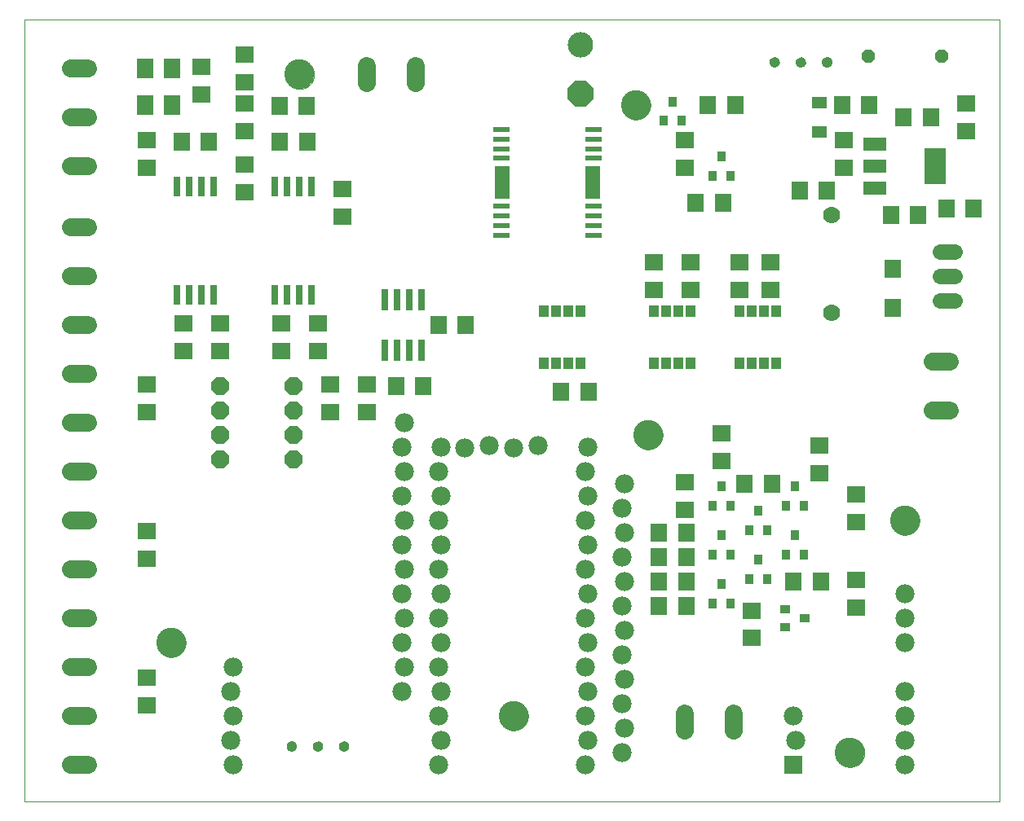
<source format=gts>
G75*
%MOIN*%
%OFA0B0*%
%FSLAX25Y25*%
%IPPOS*%
%LPD*%
%AMOC8*
5,1,8,0,0,1.08239X$1,22.5*
%
%ADD10C,0.00000*%
%ADD11C,0.12211*%
%ADD12R,0.07093X0.07487*%
%ADD13R,0.02800X0.09100*%
%ADD14C,0.07450*%
%ADD15R,0.06699X0.07487*%
%ADD16R,0.07487X0.06699*%
%ADD17C,0.10400*%
%ADD18OC8,0.10400*%
%ADD19C,0.07000*%
%ADD20OC8,0.07200*%
%ADD21C,0.07800*%
%ADD22R,0.07800X0.07800*%
%ADD23R,0.05912X0.05124*%
%ADD24C,0.06400*%
%ADD25R,0.07498X0.06699*%
%ADD26R,0.06699X0.07498*%
%ADD27R,0.06699X0.08274*%
%ADD28C,0.00500*%
%ADD29R,0.03550X0.03943*%
%ADD30R,0.02800X0.08400*%
%ADD31R,0.06699X0.01975*%
%ADD32R,0.06400X0.13786*%
%ADD33R,0.03943X0.03550*%
%ADD34R,0.09200X0.05200*%
%ADD35R,0.09061X0.14573*%
%ADD36OC8,0.05600*%
%ADD37R,0.04000X0.04900*%
D10*
X0005000Y0037627D02*
X0005000Y0357588D01*
X0403701Y0357588D01*
X0403701Y0037627D01*
X0005000Y0037627D01*
X0059094Y0102627D02*
X0059096Y0102780D01*
X0059102Y0102934D01*
X0059112Y0103087D01*
X0059126Y0103239D01*
X0059144Y0103392D01*
X0059166Y0103543D01*
X0059191Y0103694D01*
X0059221Y0103845D01*
X0059255Y0103995D01*
X0059292Y0104143D01*
X0059333Y0104291D01*
X0059378Y0104437D01*
X0059427Y0104583D01*
X0059480Y0104727D01*
X0059536Y0104869D01*
X0059596Y0105010D01*
X0059660Y0105150D01*
X0059727Y0105288D01*
X0059798Y0105424D01*
X0059873Y0105558D01*
X0059950Y0105690D01*
X0060032Y0105820D01*
X0060116Y0105948D01*
X0060204Y0106074D01*
X0060295Y0106197D01*
X0060389Y0106318D01*
X0060487Y0106436D01*
X0060587Y0106552D01*
X0060691Y0106665D01*
X0060797Y0106776D01*
X0060906Y0106884D01*
X0061018Y0106989D01*
X0061132Y0107090D01*
X0061250Y0107189D01*
X0061369Y0107285D01*
X0061491Y0107378D01*
X0061616Y0107467D01*
X0061743Y0107554D01*
X0061872Y0107636D01*
X0062003Y0107716D01*
X0062136Y0107792D01*
X0062271Y0107865D01*
X0062408Y0107934D01*
X0062547Y0107999D01*
X0062687Y0108061D01*
X0062829Y0108119D01*
X0062972Y0108174D01*
X0063117Y0108225D01*
X0063263Y0108272D01*
X0063410Y0108315D01*
X0063558Y0108354D01*
X0063707Y0108390D01*
X0063857Y0108421D01*
X0064008Y0108449D01*
X0064159Y0108473D01*
X0064312Y0108493D01*
X0064464Y0108509D01*
X0064617Y0108521D01*
X0064770Y0108529D01*
X0064923Y0108533D01*
X0065077Y0108533D01*
X0065230Y0108529D01*
X0065383Y0108521D01*
X0065536Y0108509D01*
X0065688Y0108493D01*
X0065841Y0108473D01*
X0065992Y0108449D01*
X0066143Y0108421D01*
X0066293Y0108390D01*
X0066442Y0108354D01*
X0066590Y0108315D01*
X0066737Y0108272D01*
X0066883Y0108225D01*
X0067028Y0108174D01*
X0067171Y0108119D01*
X0067313Y0108061D01*
X0067453Y0107999D01*
X0067592Y0107934D01*
X0067729Y0107865D01*
X0067864Y0107792D01*
X0067997Y0107716D01*
X0068128Y0107636D01*
X0068257Y0107554D01*
X0068384Y0107467D01*
X0068509Y0107378D01*
X0068631Y0107285D01*
X0068750Y0107189D01*
X0068868Y0107090D01*
X0068982Y0106989D01*
X0069094Y0106884D01*
X0069203Y0106776D01*
X0069309Y0106665D01*
X0069413Y0106552D01*
X0069513Y0106436D01*
X0069611Y0106318D01*
X0069705Y0106197D01*
X0069796Y0106074D01*
X0069884Y0105948D01*
X0069968Y0105820D01*
X0070050Y0105690D01*
X0070127Y0105558D01*
X0070202Y0105424D01*
X0070273Y0105288D01*
X0070340Y0105150D01*
X0070404Y0105010D01*
X0070464Y0104869D01*
X0070520Y0104727D01*
X0070573Y0104583D01*
X0070622Y0104437D01*
X0070667Y0104291D01*
X0070708Y0104143D01*
X0070745Y0103995D01*
X0070779Y0103845D01*
X0070809Y0103694D01*
X0070834Y0103543D01*
X0070856Y0103392D01*
X0070874Y0103239D01*
X0070888Y0103087D01*
X0070898Y0102934D01*
X0070904Y0102780D01*
X0070906Y0102627D01*
X0070904Y0102474D01*
X0070898Y0102320D01*
X0070888Y0102167D01*
X0070874Y0102015D01*
X0070856Y0101862D01*
X0070834Y0101711D01*
X0070809Y0101560D01*
X0070779Y0101409D01*
X0070745Y0101259D01*
X0070708Y0101111D01*
X0070667Y0100963D01*
X0070622Y0100817D01*
X0070573Y0100671D01*
X0070520Y0100527D01*
X0070464Y0100385D01*
X0070404Y0100244D01*
X0070340Y0100104D01*
X0070273Y0099966D01*
X0070202Y0099830D01*
X0070127Y0099696D01*
X0070050Y0099564D01*
X0069968Y0099434D01*
X0069884Y0099306D01*
X0069796Y0099180D01*
X0069705Y0099057D01*
X0069611Y0098936D01*
X0069513Y0098818D01*
X0069413Y0098702D01*
X0069309Y0098589D01*
X0069203Y0098478D01*
X0069094Y0098370D01*
X0068982Y0098265D01*
X0068868Y0098164D01*
X0068750Y0098065D01*
X0068631Y0097969D01*
X0068509Y0097876D01*
X0068384Y0097787D01*
X0068257Y0097700D01*
X0068128Y0097618D01*
X0067997Y0097538D01*
X0067864Y0097462D01*
X0067729Y0097389D01*
X0067592Y0097320D01*
X0067453Y0097255D01*
X0067313Y0097193D01*
X0067171Y0097135D01*
X0067028Y0097080D01*
X0066883Y0097029D01*
X0066737Y0096982D01*
X0066590Y0096939D01*
X0066442Y0096900D01*
X0066293Y0096864D01*
X0066143Y0096833D01*
X0065992Y0096805D01*
X0065841Y0096781D01*
X0065688Y0096761D01*
X0065536Y0096745D01*
X0065383Y0096733D01*
X0065230Y0096725D01*
X0065077Y0096721D01*
X0064923Y0096721D01*
X0064770Y0096725D01*
X0064617Y0096733D01*
X0064464Y0096745D01*
X0064312Y0096761D01*
X0064159Y0096781D01*
X0064008Y0096805D01*
X0063857Y0096833D01*
X0063707Y0096864D01*
X0063558Y0096900D01*
X0063410Y0096939D01*
X0063263Y0096982D01*
X0063117Y0097029D01*
X0062972Y0097080D01*
X0062829Y0097135D01*
X0062687Y0097193D01*
X0062547Y0097255D01*
X0062408Y0097320D01*
X0062271Y0097389D01*
X0062136Y0097462D01*
X0062003Y0097538D01*
X0061872Y0097618D01*
X0061743Y0097700D01*
X0061616Y0097787D01*
X0061491Y0097876D01*
X0061369Y0097969D01*
X0061250Y0098065D01*
X0061132Y0098164D01*
X0061018Y0098265D01*
X0060906Y0098370D01*
X0060797Y0098478D01*
X0060691Y0098589D01*
X0060587Y0098702D01*
X0060487Y0098818D01*
X0060389Y0098936D01*
X0060295Y0099057D01*
X0060204Y0099180D01*
X0060116Y0099306D01*
X0060032Y0099434D01*
X0059950Y0099564D01*
X0059873Y0099696D01*
X0059798Y0099830D01*
X0059727Y0099966D01*
X0059660Y0100104D01*
X0059596Y0100244D01*
X0059536Y0100385D01*
X0059480Y0100527D01*
X0059427Y0100671D01*
X0059378Y0100817D01*
X0059333Y0100963D01*
X0059292Y0101111D01*
X0059255Y0101259D01*
X0059221Y0101409D01*
X0059191Y0101560D01*
X0059166Y0101711D01*
X0059144Y0101862D01*
X0059126Y0102015D01*
X0059112Y0102167D01*
X0059102Y0102320D01*
X0059096Y0102474D01*
X0059094Y0102627D01*
X0199094Y0072627D02*
X0199096Y0072780D01*
X0199102Y0072934D01*
X0199112Y0073087D01*
X0199126Y0073239D01*
X0199144Y0073392D01*
X0199166Y0073543D01*
X0199191Y0073694D01*
X0199221Y0073845D01*
X0199255Y0073995D01*
X0199292Y0074143D01*
X0199333Y0074291D01*
X0199378Y0074437D01*
X0199427Y0074583D01*
X0199480Y0074727D01*
X0199536Y0074869D01*
X0199596Y0075010D01*
X0199660Y0075150D01*
X0199727Y0075288D01*
X0199798Y0075424D01*
X0199873Y0075558D01*
X0199950Y0075690D01*
X0200032Y0075820D01*
X0200116Y0075948D01*
X0200204Y0076074D01*
X0200295Y0076197D01*
X0200389Y0076318D01*
X0200487Y0076436D01*
X0200587Y0076552D01*
X0200691Y0076665D01*
X0200797Y0076776D01*
X0200906Y0076884D01*
X0201018Y0076989D01*
X0201132Y0077090D01*
X0201250Y0077189D01*
X0201369Y0077285D01*
X0201491Y0077378D01*
X0201616Y0077467D01*
X0201743Y0077554D01*
X0201872Y0077636D01*
X0202003Y0077716D01*
X0202136Y0077792D01*
X0202271Y0077865D01*
X0202408Y0077934D01*
X0202547Y0077999D01*
X0202687Y0078061D01*
X0202829Y0078119D01*
X0202972Y0078174D01*
X0203117Y0078225D01*
X0203263Y0078272D01*
X0203410Y0078315D01*
X0203558Y0078354D01*
X0203707Y0078390D01*
X0203857Y0078421D01*
X0204008Y0078449D01*
X0204159Y0078473D01*
X0204312Y0078493D01*
X0204464Y0078509D01*
X0204617Y0078521D01*
X0204770Y0078529D01*
X0204923Y0078533D01*
X0205077Y0078533D01*
X0205230Y0078529D01*
X0205383Y0078521D01*
X0205536Y0078509D01*
X0205688Y0078493D01*
X0205841Y0078473D01*
X0205992Y0078449D01*
X0206143Y0078421D01*
X0206293Y0078390D01*
X0206442Y0078354D01*
X0206590Y0078315D01*
X0206737Y0078272D01*
X0206883Y0078225D01*
X0207028Y0078174D01*
X0207171Y0078119D01*
X0207313Y0078061D01*
X0207453Y0077999D01*
X0207592Y0077934D01*
X0207729Y0077865D01*
X0207864Y0077792D01*
X0207997Y0077716D01*
X0208128Y0077636D01*
X0208257Y0077554D01*
X0208384Y0077467D01*
X0208509Y0077378D01*
X0208631Y0077285D01*
X0208750Y0077189D01*
X0208868Y0077090D01*
X0208982Y0076989D01*
X0209094Y0076884D01*
X0209203Y0076776D01*
X0209309Y0076665D01*
X0209413Y0076552D01*
X0209513Y0076436D01*
X0209611Y0076318D01*
X0209705Y0076197D01*
X0209796Y0076074D01*
X0209884Y0075948D01*
X0209968Y0075820D01*
X0210050Y0075690D01*
X0210127Y0075558D01*
X0210202Y0075424D01*
X0210273Y0075288D01*
X0210340Y0075150D01*
X0210404Y0075010D01*
X0210464Y0074869D01*
X0210520Y0074727D01*
X0210573Y0074583D01*
X0210622Y0074437D01*
X0210667Y0074291D01*
X0210708Y0074143D01*
X0210745Y0073995D01*
X0210779Y0073845D01*
X0210809Y0073694D01*
X0210834Y0073543D01*
X0210856Y0073392D01*
X0210874Y0073239D01*
X0210888Y0073087D01*
X0210898Y0072934D01*
X0210904Y0072780D01*
X0210906Y0072627D01*
X0210904Y0072474D01*
X0210898Y0072320D01*
X0210888Y0072167D01*
X0210874Y0072015D01*
X0210856Y0071862D01*
X0210834Y0071711D01*
X0210809Y0071560D01*
X0210779Y0071409D01*
X0210745Y0071259D01*
X0210708Y0071111D01*
X0210667Y0070963D01*
X0210622Y0070817D01*
X0210573Y0070671D01*
X0210520Y0070527D01*
X0210464Y0070385D01*
X0210404Y0070244D01*
X0210340Y0070104D01*
X0210273Y0069966D01*
X0210202Y0069830D01*
X0210127Y0069696D01*
X0210050Y0069564D01*
X0209968Y0069434D01*
X0209884Y0069306D01*
X0209796Y0069180D01*
X0209705Y0069057D01*
X0209611Y0068936D01*
X0209513Y0068818D01*
X0209413Y0068702D01*
X0209309Y0068589D01*
X0209203Y0068478D01*
X0209094Y0068370D01*
X0208982Y0068265D01*
X0208868Y0068164D01*
X0208750Y0068065D01*
X0208631Y0067969D01*
X0208509Y0067876D01*
X0208384Y0067787D01*
X0208257Y0067700D01*
X0208128Y0067618D01*
X0207997Y0067538D01*
X0207864Y0067462D01*
X0207729Y0067389D01*
X0207592Y0067320D01*
X0207453Y0067255D01*
X0207313Y0067193D01*
X0207171Y0067135D01*
X0207028Y0067080D01*
X0206883Y0067029D01*
X0206737Y0066982D01*
X0206590Y0066939D01*
X0206442Y0066900D01*
X0206293Y0066864D01*
X0206143Y0066833D01*
X0205992Y0066805D01*
X0205841Y0066781D01*
X0205688Y0066761D01*
X0205536Y0066745D01*
X0205383Y0066733D01*
X0205230Y0066725D01*
X0205077Y0066721D01*
X0204923Y0066721D01*
X0204770Y0066725D01*
X0204617Y0066733D01*
X0204464Y0066745D01*
X0204312Y0066761D01*
X0204159Y0066781D01*
X0204008Y0066805D01*
X0203857Y0066833D01*
X0203707Y0066864D01*
X0203558Y0066900D01*
X0203410Y0066939D01*
X0203263Y0066982D01*
X0203117Y0067029D01*
X0202972Y0067080D01*
X0202829Y0067135D01*
X0202687Y0067193D01*
X0202547Y0067255D01*
X0202408Y0067320D01*
X0202271Y0067389D01*
X0202136Y0067462D01*
X0202003Y0067538D01*
X0201872Y0067618D01*
X0201743Y0067700D01*
X0201616Y0067787D01*
X0201491Y0067876D01*
X0201369Y0067969D01*
X0201250Y0068065D01*
X0201132Y0068164D01*
X0201018Y0068265D01*
X0200906Y0068370D01*
X0200797Y0068478D01*
X0200691Y0068589D01*
X0200587Y0068702D01*
X0200487Y0068818D01*
X0200389Y0068936D01*
X0200295Y0069057D01*
X0200204Y0069180D01*
X0200116Y0069306D01*
X0200032Y0069434D01*
X0199950Y0069564D01*
X0199873Y0069696D01*
X0199798Y0069830D01*
X0199727Y0069966D01*
X0199660Y0070104D01*
X0199596Y0070244D01*
X0199536Y0070385D01*
X0199480Y0070527D01*
X0199427Y0070671D01*
X0199378Y0070817D01*
X0199333Y0070963D01*
X0199292Y0071111D01*
X0199255Y0071259D01*
X0199221Y0071409D01*
X0199191Y0071560D01*
X0199166Y0071711D01*
X0199144Y0071862D01*
X0199126Y0072015D01*
X0199112Y0072167D01*
X0199102Y0072320D01*
X0199096Y0072474D01*
X0199094Y0072627D01*
X0254094Y0187627D02*
X0254096Y0187780D01*
X0254102Y0187934D01*
X0254112Y0188087D01*
X0254126Y0188239D01*
X0254144Y0188392D01*
X0254166Y0188543D01*
X0254191Y0188694D01*
X0254221Y0188845D01*
X0254255Y0188995D01*
X0254292Y0189143D01*
X0254333Y0189291D01*
X0254378Y0189437D01*
X0254427Y0189583D01*
X0254480Y0189727D01*
X0254536Y0189869D01*
X0254596Y0190010D01*
X0254660Y0190150D01*
X0254727Y0190288D01*
X0254798Y0190424D01*
X0254873Y0190558D01*
X0254950Y0190690D01*
X0255032Y0190820D01*
X0255116Y0190948D01*
X0255204Y0191074D01*
X0255295Y0191197D01*
X0255389Y0191318D01*
X0255487Y0191436D01*
X0255587Y0191552D01*
X0255691Y0191665D01*
X0255797Y0191776D01*
X0255906Y0191884D01*
X0256018Y0191989D01*
X0256132Y0192090D01*
X0256250Y0192189D01*
X0256369Y0192285D01*
X0256491Y0192378D01*
X0256616Y0192467D01*
X0256743Y0192554D01*
X0256872Y0192636D01*
X0257003Y0192716D01*
X0257136Y0192792D01*
X0257271Y0192865D01*
X0257408Y0192934D01*
X0257547Y0192999D01*
X0257687Y0193061D01*
X0257829Y0193119D01*
X0257972Y0193174D01*
X0258117Y0193225D01*
X0258263Y0193272D01*
X0258410Y0193315D01*
X0258558Y0193354D01*
X0258707Y0193390D01*
X0258857Y0193421D01*
X0259008Y0193449D01*
X0259159Y0193473D01*
X0259312Y0193493D01*
X0259464Y0193509D01*
X0259617Y0193521D01*
X0259770Y0193529D01*
X0259923Y0193533D01*
X0260077Y0193533D01*
X0260230Y0193529D01*
X0260383Y0193521D01*
X0260536Y0193509D01*
X0260688Y0193493D01*
X0260841Y0193473D01*
X0260992Y0193449D01*
X0261143Y0193421D01*
X0261293Y0193390D01*
X0261442Y0193354D01*
X0261590Y0193315D01*
X0261737Y0193272D01*
X0261883Y0193225D01*
X0262028Y0193174D01*
X0262171Y0193119D01*
X0262313Y0193061D01*
X0262453Y0192999D01*
X0262592Y0192934D01*
X0262729Y0192865D01*
X0262864Y0192792D01*
X0262997Y0192716D01*
X0263128Y0192636D01*
X0263257Y0192554D01*
X0263384Y0192467D01*
X0263509Y0192378D01*
X0263631Y0192285D01*
X0263750Y0192189D01*
X0263868Y0192090D01*
X0263982Y0191989D01*
X0264094Y0191884D01*
X0264203Y0191776D01*
X0264309Y0191665D01*
X0264413Y0191552D01*
X0264513Y0191436D01*
X0264611Y0191318D01*
X0264705Y0191197D01*
X0264796Y0191074D01*
X0264884Y0190948D01*
X0264968Y0190820D01*
X0265050Y0190690D01*
X0265127Y0190558D01*
X0265202Y0190424D01*
X0265273Y0190288D01*
X0265340Y0190150D01*
X0265404Y0190010D01*
X0265464Y0189869D01*
X0265520Y0189727D01*
X0265573Y0189583D01*
X0265622Y0189437D01*
X0265667Y0189291D01*
X0265708Y0189143D01*
X0265745Y0188995D01*
X0265779Y0188845D01*
X0265809Y0188694D01*
X0265834Y0188543D01*
X0265856Y0188392D01*
X0265874Y0188239D01*
X0265888Y0188087D01*
X0265898Y0187934D01*
X0265904Y0187780D01*
X0265906Y0187627D01*
X0265904Y0187474D01*
X0265898Y0187320D01*
X0265888Y0187167D01*
X0265874Y0187015D01*
X0265856Y0186862D01*
X0265834Y0186711D01*
X0265809Y0186560D01*
X0265779Y0186409D01*
X0265745Y0186259D01*
X0265708Y0186111D01*
X0265667Y0185963D01*
X0265622Y0185817D01*
X0265573Y0185671D01*
X0265520Y0185527D01*
X0265464Y0185385D01*
X0265404Y0185244D01*
X0265340Y0185104D01*
X0265273Y0184966D01*
X0265202Y0184830D01*
X0265127Y0184696D01*
X0265050Y0184564D01*
X0264968Y0184434D01*
X0264884Y0184306D01*
X0264796Y0184180D01*
X0264705Y0184057D01*
X0264611Y0183936D01*
X0264513Y0183818D01*
X0264413Y0183702D01*
X0264309Y0183589D01*
X0264203Y0183478D01*
X0264094Y0183370D01*
X0263982Y0183265D01*
X0263868Y0183164D01*
X0263750Y0183065D01*
X0263631Y0182969D01*
X0263509Y0182876D01*
X0263384Y0182787D01*
X0263257Y0182700D01*
X0263128Y0182618D01*
X0262997Y0182538D01*
X0262864Y0182462D01*
X0262729Y0182389D01*
X0262592Y0182320D01*
X0262453Y0182255D01*
X0262313Y0182193D01*
X0262171Y0182135D01*
X0262028Y0182080D01*
X0261883Y0182029D01*
X0261737Y0181982D01*
X0261590Y0181939D01*
X0261442Y0181900D01*
X0261293Y0181864D01*
X0261143Y0181833D01*
X0260992Y0181805D01*
X0260841Y0181781D01*
X0260688Y0181761D01*
X0260536Y0181745D01*
X0260383Y0181733D01*
X0260230Y0181725D01*
X0260077Y0181721D01*
X0259923Y0181721D01*
X0259770Y0181725D01*
X0259617Y0181733D01*
X0259464Y0181745D01*
X0259312Y0181761D01*
X0259159Y0181781D01*
X0259008Y0181805D01*
X0258857Y0181833D01*
X0258707Y0181864D01*
X0258558Y0181900D01*
X0258410Y0181939D01*
X0258263Y0181982D01*
X0258117Y0182029D01*
X0257972Y0182080D01*
X0257829Y0182135D01*
X0257687Y0182193D01*
X0257547Y0182255D01*
X0257408Y0182320D01*
X0257271Y0182389D01*
X0257136Y0182462D01*
X0257003Y0182538D01*
X0256872Y0182618D01*
X0256743Y0182700D01*
X0256616Y0182787D01*
X0256491Y0182876D01*
X0256369Y0182969D01*
X0256250Y0183065D01*
X0256132Y0183164D01*
X0256018Y0183265D01*
X0255906Y0183370D01*
X0255797Y0183478D01*
X0255691Y0183589D01*
X0255587Y0183702D01*
X0255487Y0183818D01*
X0255389Y0183936D01*
X0255295Y0184057D01*
X0255204Y0184180D01*
X0255116Y0184306D01*
X0255032Y0184434D01*
X0254950Y0184564D01*
X0254873Y0184696D01*
X0254798Y0184830D01*
X0254727Y0184966D01*
X0254660Y0185104D01*
X0254596Y0185244D01*
X0254536Y0185385D01*
X0254480Y0185527D01*
X0254427Y0185671D01*
X0254378Y0185817D01*
X0254333Y0185963D01*
X0254292Y0186111D01*
X0254255Y0186259D01*
X0254221Y0186409D01*
X0254191Y0186560D01*
X0254166Y0186711D01*
X0254144Y0186862D01*
X0254126Y0187015D01*
X0254112Y0187167D01*
X0254102Y0187320D01*
X0254096Y0187474D01*
X0254094Y0187627D01*
X0359094Y0152627D02*
X0359096Y0152780D01*
X0359102Y0152934D01*
X0359112Y0153087D01*
X0359126Y0153239D01*
X0359144Y0153392D01*
X0359166Y0153543D01*
X0359191Y0153694D01*
X0359221Y0153845D01*
X0359255Y0153995D01*
X0359292Y0154143D01*
X0359333Y0154291D01*
X0359378Y0154437D01*
X0359427Y0154583D01*
X0359480Y0154727D01*
X0359536Y0154869D01*
X0359596Y0155010D01*
X0359660Y0155150D01*
X0359727Y0155288D01*
X0359798Y0155424D01*
X0359873Y0155558D01*
X0359950Y0155690D01*
X0360032Y0155820D01*
X0360116Y0155948D01*
X0360204Y0156074D01*
X0360295Y0156197D01*
X0360389Y0156318D01*
X0360487Y0156436D01*
X0360587Y0156552D01*
X0360691Y0156665D01*
X0360797Y0156776D01*
X0360906Y0156884D01*
X0361018Y0156989D01*
X0361132Y0157090D01*
X0361250Y0157189D01*
X0361369Y0157285D01*
X0361491Y0157378D01*
X0361616Y0157467D01*
X0361743Y0157554D01*
X0361872Y0157636D01*
X0362003Y0157716D01*
X0362136Y0157792D01*
X0362271Y0157865D01*
X0362408Y0157934D01*
X0362547Y0157999D01*
X0362687Y0158061D01*
X0362829Y0158119D01*
X0362972Y0158174D01*
X0363117Y0158225D01*
X0363263Y0158272D01*
X0363410Y0158315D01*
X0363558Y0158354D01*
X0363707Y0158390D01*
X0363857Y0158421D01*
X0364008Y0158449D01*
X0364159Y0158473D01*
X0364312Y0158493D01*
X0364464Y0158509D01*
X0364617Y0158521D01*
X0364770Y0158529D01*
X0364923Y0158533D01*
X0365077Y0158533D01*
X0365230Y0158529D01*
X0365383Y0158521D01*
X0365536Y0158509D01*
X0365688Y0158493D01*
X0365841Y0158473D01*
X0365992Y0158449D01*
X0366143Y0158421D01*
X0366293Y0158390D01*
X0366442Y0158354D01*
X0366590Y0158315D01*
X0366737Y0158272D01*
X0366883Y0158225D01*
X0367028Y0158174D01*
X0367171Y0158119D01*
X0367313Y0158061D01*
X0367453Y0157999D01*
X0367592Y0157934D01*
X0367729Y0157865D01*
X0367864Y0157792D01*
X0367997Y0157716D01*
X0368128Y0157636D01*
X0368257Y0157554D01*
X0368384Y0157467D01*
X0368509Y0157378D01*
X0368631Y0157285D01*
X0368750Y0157189D01*
X0368868Y0157090D01*
X0368982Y0156989D01*
X0369094Y0156884D01*
X0369203Y0156776D01*
X0369309Y0156665D01*
X0369413Y0156552D01*
X0369513Y0156436D01*
X0369611Y0156318D01*
X0369705Y0156197D01*
X0369796Y0156074D01*
X0369884Y0155948D01*
X0369968Y0155820D01*
X0370050Y0155690D01*
X0370127Y0155558D01*
X0370202Y0155424D01*
X0370273Y0155288D01*
X0370340Y0155150D01*
X0370404Y0155010D01*
X0370464Y0154869D01*
X0370520Y0154727D01*
X0370573Y0154583D01*
X0370622Y0154437D01*
X0370667Y0154291D01*
X0370708Y0154143D01*
X0370745Y0153995D01*
X0370779Y0153845D01*
X0370809Y0153694D01*
X0370834Y0153543D01*
X0370856Y0153392D01*
X0370874Y0153239D01*
X0370888Y0153087D01*
X0370898Y0152934D01*
X0370904Y0152780D01*
X0370906Y0152627D01*
X0370904Y0152474D01*
X0370898Y0152320D01*
X0370888Y0152167D01*
X0370874Y0152015D01*
X0370856Y0151862D01*
X0370834Y0151711D01*
X0370809Y0151560D01*
X0370779Y0151409D01*
X0370745Y0151259D01*
X0370708Y0151111D01*
X0370667Y0150963D01*
X0370622Y0150817D01*
X0370573Y0150671D01*
X0370520Y0150527D01*
X0370464Y0150385D01*
X0370404Y0150244D01*
X0370340Y0150104D01*
X0370273Y0149966D01*
X0370202Y0149830D01*
X0370127Y0149696D01*
X0370050Y0149564D01*
X0369968Y0149434D01*
X0369884Y0149306D01*
X0369796Y0149180D01*
X0369705Y0149057D01*
X0369611Y0148936D01*
X0369513Y0148818D01*
X0369413Y0148702D01*
X0369309Y0148589D01*
X0369203Y0148478D01*
X0369094Y0148370D01*
X0368982Y0148265D01*
X0368868Y0148164D01*
X0368750Y0148065D01*
X0368631Y0147969D01*
X0368509Y0147876D01*
X0368384Y0147787D01*
X0368257Y0147700D01*
X0368128Y0147618D01*
X0367997Y0147538D01*
X0367864Y0147462D01*
X0367729Y0147389D01*
X0367592Y0147320D01*
X0367453Y0147255D01*
X0367313Y0147193D01*
X0367171Y0147135D01*
X0367028Y0147080D01*
X0366883Y0147029D01*
X0366737Y0146982D01*
X0366590Y0146939D01*
X0366442Y0146900D01*
X0366293Y0146864D01*
X0366143Y0146833D01*
X0365992Y0146805D01*
X0365841Y0146781D01*
X0365688Y0146761D01*
X0365536Y0146745D01*
X0365383Y0146733D01*
X0365230Y0146725D01*
X0365077Y0146721D01*
X0364923Y0146721D01*
X0364770Y0146725D01*
X0364617Y0146733D01*
X0364464Y0146745D01*
X0364312Y0146761D01*
X0364159Y0146781D01*
X0364008Y0146805D01*
X0363857Y0146833D01*
X0363707Y0146864D01*
X0363558Y0146900D01*
X0363410Y0146939D01*
X0363263Y0146982D01*
X0363117Y0147029D01*
X0362972Y0147080D01*
X0362829Y0147135D01*
X0362687Y0147193D01*
X0362547Y0147255D01*
X0362408Y0147320D01*
X0362271Y0147389D01*
X0362136Y0147462D01*
X0362003Y0147538D01*
X0361872Y0147618D01*
X0361743Y0147700D01*
X0361616Y0147787D01*
X0361491Y0147876D01*
X0361369Y0147969D01*
X0361250Y0148065D01*
X0361132Y0148164D01*
X0361018Y0148265D01*
X0360906Y0148370D01*
X0360797Y0148478D01*
X0360691Y0148589D01*
X0360587Y0148702D01*
X0360487Y0148818D01*
X0360389Y0148936D01*
X0360295Y0149057D01*
X0360204Y0149180D01*
X0360116Y0149306D01*
X0360032Y0149434D01*
X0359950Y0149564D01*
X0359873Y0149696D01*
X0359798Y0149830D01*
X0359727Y0149966D01*
X0359660Y0150104D01*
X0359596Y0150244D01*
X0359536Y0150385D01*
X0359480Y0150527D01*
X0359427Y0150671D01*
X0359378Y0150817D01*
X0359333Y0150963D01*
X0359292Y0151111D01*
X0359255Y0151259D01*
X0359221Y0151409D01*
X0359191Y0151560D01*
X0359166Y0151711D01*
X0359144Y0151862D01*
X0359126Y0152015D01*
X0359112Y0152167D01*
X0359102Y0152320D01*
X0359096Y0152474D01*
X0359094Y0152627D01*
X0336594Y0057627D02*
X0336596Y0057780D01*
X0336602Y0057934D01*
X0336612Y0058087D01*
X0336626Y0058239D01*
X0336644Y0058392D01*
X0336666Y0058543D01*
X0336691Y0058694D01*
X0336721Y0058845D01*
X0336755Y0058995D01*
X0336792Y0059143D01*
X0336833Y0059291D01*
X0336878Y0059437D01*
X0336927Y0059583D01*
X0336980Y0059727D01*
X0337036Y0059869D01*
X0337096Y0060010D01*
X0337160Y0060150D01*
X0337227Y0060288D01*
X0337298Y0060424D01*
X0337373Y0060558D01*
X0337450Y0060690D01*
X0337532Y0060820D01*
X0337616Y0060948D01*
X0337704Y0061074D01*
X0337795Y0061197D01*
X0337889Y0061318D01*
X0337987Y0061436D01*
X0338087Y0061552D01*
X0338191Y0061665D01*
X0338297Y0061776D01*
X0338406Y0061884D01*
X0338518Y0061989D01*
X0338632Y0062090D01*
X0338750Y0062189D01*
X0338869Y0062285D01*
X0338991Y0062378D01*
X0339116Y0062467D01*
X0339243Y0062554D01*
X0339372Y0062636D01*
X0339503Y0062716D01*
X0339636Y0062792D01*
X0339771Y0062865D01*
X0339908Y0062934D01*
X0340047Y0062999D01*
X0340187Y0063061D01*
X0340329Y0063119D01*
X0340472Y0063174D01*
X0340617Y0063225D01*
X0340763Y0063272D01*
X0340910Y0063315D01*
X0341058Y0063354D01*
X0341207Y0063390D01*
X0341357Y0063421D01*
X0341508Y0063449D01*
X0341659Y0063473D01*
X0341812Y0063493D01*
X0341964Y0063509D01*
X0342117Y0063521D01*
X0342270Y0063529D01*
X0342423Y0063533D01*
X0342577Y0063533D01*
X0342730Y0063529D01*
X0342883Y0063521D01*
X0343036Y0063509D01*
X0343188Y0063493D01*
X0343341Y0063473D01*
X0343492Y0063449D01*
X0343643Y0063421D01*
X0343793Y0063390D01*
X0343942Y0063354D01*
X0344090Y0063315D01*
X0344237Y0063272D01*
X0344383Y0063225D01*
X0344528Y0063174D01*
X0344671Y0063119D01*
X0344813Y0063061D01*
X0344953Y0062999D01*
X0345092Y0062934D01*
X0345229Y0062865D01*
X0345364Y0062792D01*
X0345497Y0062716D01*
X0345628Y0062636D01*
X0345757Y0062554D01*
X0345884Y0062467D01*
X0346009Y0062378D01*
X0346131Y0062285D01*
X0346250Y0062189D01*
X0346368Y0062090D01*
X0346482Y0061989D01*
X0346594Y0061884D01*
X0346703Y0061776D01*
X0346809Y0061665D01*
X0346913Y0061552D01*
X0347013Y0061436D01*
X0347111Y0061318D01*
X0347205Y0061197D01*
X0347296Y0061074D01*
X0347384Y0060948D01*
X0347468Y0060820D01*
X0347550Y0060690D01*
X0347627Y0060558D01*
X0347702Y0060424D01*
X0347773Y0060288D01*
X0347840Y0060150D01*
X0347904Y0060010D01*
X0347964Y0059869D01*
X0348020Y0059727D01*
X0348073Y0059583D01*
X0348122Y0059437D01*
X0348167Y0059291D01*
X0348208Y0059143D01*
X0348245Y0058995D01*
X0348279Y0058845D01*
X0348309Y0058694D01*
X0348334Y0058543D01*
X0348356Y0058392D01*
X0348374Y0058239D01*
X0348388Y0058087D01*
X0348398Y0057934D01*
X0348404Y0057780D01*
X0348406Y0057627D01*
X0348404Y0057474D01*
X0348398Y0057320D01*
X0348388Y0057167D01*
X0348374Y0057015D01*
X0348356Y0056862D01*
X0348334Y0056711D01*
X0348309Y0056560D01*
X0348279Y0056409D01*
X0348245Y0056259D01*
X0348208Y0056111D01*
X0348167Y0055963D01*
X0348122Y0055817D01*
X0348073Y0055671D01*
X0348020Y0055527D01*
X0347964Y0055385D01*
X0347904Y0055244D01*
X0347840Y0055104D01*
X0347773Y0054966D01*
X0347702Y0054830D01*
X0347627Y0054696D01*
X0347550Y0054564D01*
X0347468Y0054434D01*
X0347384Y0054306D01*
X0347296Y0054180D01*
X0347205Y0054057D01*
X0347111Y0053936D01*
X0347013Y0053818D01*
X0346913Y0053702D01*
X0346809Y0053589D01*
X0346703Y0053478D01*
X0346594Y0053370D01*
X0346482Y0053265D01*
X0346368Y0053164D01*
X0346250Y0053065D01*
X0346131Y0052969D01*
X0346009Y0052876D01*
X0345884Y0052787D01*
X0345757Y0052700D01*
X0345628Y0052618D01*
X0345497Y0052538D01*
X0345364Y0052462D01*
X0345229Y0052389D01*
X0345092Y0052320D01*
X0344953Y0052255D01*
X0344813Y0052193D01*
X0344671Y0052135D01*
X0344528Y0052080D01*
X0344383Y0052029D01*
X0344237Y0051982D01*
X0344090Y0051939D01*
X0343942Y0051900D01*
X0343793Y0051864D01*
X0343643Y0051833D01*
X0343492Y0051805D01*
X0343341Y0051781D01*
X0343188Y0051761D01*
X0343036Y0051745D01*
X0342883Y0051733D01*
X0342730Y0051725D01*
X0342577Y0051721D01*
X0342423Y0051721D01*
X0342270Y0051725D01*
X0342117Y0051733D01*
X0341964Y0051745D01*
X0341812Y0051761D01*
X0341659Y0051781D01*
X0341508Y0051805D01*
X0341357Y0051833D01*
X0341207Y0051864D01*
X0341058Y0051900D01*
X0340910Y0051939D01*
X0340763Y0051982D01*
X0340617Y0052029D01*
X0340472Y0052080D01*
X0340329Y0052135D01*
X0340187Y0052193D01*
X0340047Y0052255D01*
X0339908Y0052320D01*
X0339771Y0052389D01*
X0339636Y0052462D01*
X0339503Y0052538D01*
X0339372Y0052618D01*
X0339243Y0052700D01*
X0339116Y0052787D01*
X0338991Y0052876D01*
X0338869Y0052969D01*
X0338750Y0053065D01*
X0338632Y0053164D01*
X0338518Y0053265D01*
X0338406Y0053370D01*
X0338297Y0053478D01*
X0338191Y0053589D01*
X0338087Y0053702D01*
X0337987Y0053818D01*
X0337889Y0053936D01*
X0337795Y0054057D01*
X0337704Y0054180D01*
X0337616Y0054306D01*
X0337532Y0054434D01*
X0337450Y0054564D01*
X0337373Y0054696D01*
X0337298Y0054830D01*
X0337227Y0054966D01*
X0337160Y0055104D01*
X0337096Y0055244D01*
X0337036Y0055385D01*
X0336980Y0055527D01*
X0336927Y0055671D01*
X0336878Y0055817D01*
X0336833Y0055963D01*
X0336792Y0056111D01*
X0336755Y0056259D01*
X0336721Y0056409D01*
X0336691Y0056560D01*
X0336666Y0056711D01*
X0336644Y0056862D01*
X0336626Y0057015D01*
X0336612Y0057167D01*
X0336602Y0057320D01*
X0336596Y0057474D01*
X0336594Y0057627D01*
X0249094Y0322627D02*
X0249096Y0322780D01*
X0249102Y0322934D01*
X0249112Y0323087D01*
X0249126Y0323239D01*
X0249144Y0323392D01*
X0249166Y0323543D01*
X0249191Y0323694D01*
X0249221Y0323845D01*
X0249255Y0323995D01*
X0249292Y0324143D01*
X0249333Y0324291D01*
X0249378Y0324437D01*
X0249427Y0324583D01*
X0249480Y0324727D01*
X0249536Y0324869D01*
X0249596Y0325010D01*
X0249660Y0325150D01*
X0249727Y0325288D01*
X0249798Y0325424D01*
X0249873Y0325558D01*
X0249950Y0325690D01*
X0250032Y0325820D01*
X0250116Y0325948D01*
X0250204Y0326074D01*
X0250295Y0326197D01*
X0250389Y0326318D01*
X0250487Y0326436D01*
X0250587Y0326552D01*
X0250691Y0326665D01*
X0250797Y0326776D01*
X0250906Y0326884D01*
X0251018Y0326989D01*
X0251132Y0327090D01*
X0251250Y0327189D01*
X0251369Y0327285D01*
X0251491Y0327378D01*
X0251616Y0327467D01*
X0251743Y0327554D01*
X0251872Y0327636D01*
X0252003Y0327716D01*
X0252136Y0327792D01*
X0252271Y0327865D01*
X0252408Y0327934D01*
X0252547Y0327999D01*
X0252687Y0328061D01*
X0252829Y0328119D01*
X0252972Y0328174D01*
X0253117Y0328225D01*
X0253263Y0328272D01*
X0253410Y0328315D01*
X0253558Y0328354D01*
X0253707Y0328390D01*
X0253857Y0328421D01*
X0254008Y0328449D01*
X0254159Y0328473D01*
X0254312Y0328493D01*
X0254464Y0328509D01*
X0254617Y0328521D01*
X0254770Y0328529D01*
X0254923Y0328533D01*
X0255077Y0328533D01*
X0255230Y0328529D01*
X0255383Y0328521D01*
X0255536Y0328509D01*
X0255688Y0328493D01*
X0255841Y0328473D01*
X0255992Y0328449D01*
X0256143Y0328421D01*
X0256293Y0328390D01*
X0256442Y0328354D01*
X0256590Y0328315D01*
X0256737Y0328272D01*
X0256883Y0328225D01*
X0257028Y0328174D01*
X0257171Y0328119D01*
X0257313Y0328061D01*
X0257453Y0327999D01*
X0257592Y0327934D01*
X0257729Y0327865D01*
X0257864Y0327792D01*
X0257997Y0327716D01*
X0258128Y0327636D01*
X0258257Y0327554D01*
X0258384Y0327467D01*
X0258509Y0327378D01*
X0258631Y0327285D01*
X0258750Y0327189D01*
X0258868Y0327090D01*
X0258982Y0326989D01*
X0259094Y0326884D01*
X0259203Y0326776D01*
X0259309Y0326665D01*
X0259413Y0326552D01*
X0259513Y0326436D01*
X0259611Y0326318D01*
X0259705Y0326197D01*
X0259796Y0326074D01*
X0259884Y0325948D01*
X0259968Y0325820D01*
X0260050Y0325690D01*
X0260127Y0325558D01*
X0260202Y0325424D01*
X0260273Y0325288D01*
X0260340Y0325150D01*
X0260404Y0325010D01*
X0260464Y0324869D01*
X0260520Y0324727D01*
X0260573Y0324583D01*
X0260622Y0324437D01*
X0260667Y0324291D01*
X0260708Y0324143D01*
X0260745Y0323995D01*
X0260779Y0323845D01*
X0260809Y0323694D01*
X0260834Y0323543D01*
X0260856Y0323392D01*
X0260874Y0323239D01*
X0260888Y0323087D01*
X0260898Y0322934D01*
X0260904Y0322780D01*
X0260906Y0322627D01*
X0260904Y0322474D01*
X0260898Y0322320D01*
X0260888Y0322167D01*
X0260874Y0322015D01*
X0260856Y0321862D01*
X0260834Y0321711D01*
X0260809Y0321560D01*
X0260779Y0321409D01*
X0260745Y0321259D01*
X0260708Y0321111D01*
X0260667Y0320963D01*
X0260622Y0320817D01*
X0260573Y0320671D01*
X0260520Y0320527D01*
X0260464Y0320385D01*
X0260404Y0320244D01*
X0260340Y0320104D01*
X0260273Y0319966D01*
X0260202Y0319830D01*
X0260127Y0319696D01*
X0260050Y0319564D01*
X0259968Y0319434D01*
X0259884Y0319306D01*
X0259796Y0319180D01*
X0259705Y0319057D01*
X0259611Y0318936D01*
X0259513Y0318818D01*
X0259413Y0318702D01*
X0259309Y0318589D01*
X0259203Y0318478D01*
X0259094Y0318370D01*
X0258982Y0318265D01*
X0258868Y0318164D01*
X0258750Y0318065D01*
X0258631Y0317969D01*
X0258509Y0317876D01*
X0258384Y0317787D01*
X0258257Y0317700D01*
X0258128Y0317618D01*
X0257997Y0317538D01*
X0257864Y0317462D01*
X0257729Y0317389D01*
X0257592Y0317320D01*
X0257453Y0317255D01*
X0257313Y0317193D01*
X0257171Y0317135D01*
X0257028Y0317080D01*
X0256883Y0317029D01*
X0256737Y0316982D01*
X0256590Y0316939D01*
X0256442Y0316900D01*
X0256293Y0316864D01*
X0256143Y0316833D01*
X0255992Y0316805D01*
X0255841Y0316781D01*
X0255688Y0316761D01*
X0255536Y0316745D01*
X0255383Y0316733D01*
X0255230Y0316725D01*
X0255077Y0316721D01*
X0254923Y0316721D01*
X0254770Y0316725D01*
X0254617Y0316733D01*
X0254464Y0316745D01*
X0254312Y0316761D01*
X0254159Y0316781D01*
X0254008Y0316805D01*
X0253857Y0316833D01*
X0253707Y0316864D01*
X0253558Y0316900D01*
X0253410Y0316939D01*
X0253263Y0316982D01*
X0253117Y0317029D01*
X0252972Y0317080D01*
X0252829Y0317135D01*
X0252687Y0317193D01*
X0252547Y0317255D01*
X0252408Y0317320D01*
X0252271Y0317389D01*
X0252136Y0317462D01*
X0252003Y0317538D01*
X0251872Y0317618D01*
X0251743Y0317700D01*
X0251616Y0317787D01*
X0251491Y0317876D01*
X0251369Y0317969D01*
X0251250Y0318065D01*
X0251132Y0318164D01*
X0251018Y0318265D01*
X0250906Y0318370D01*
X0250797Y0318478D01*
X0250691Y0318589D01*
X0250587Y0318702D01*
X0250487Y0318818D01*
X0250389Y0318936D01*
X0250295Y0319057D01*
X0250204Y0319180D01*
X0250116Y0319306D01*
X0250032Y0319434D01*
X0249950Y0319564D01*
X0249873Y0319696D01*
X0249798Y0319830D01*
X0249727Y0319966D01*
X0249660Y0320104D01*
X0249596Y0320244D01*
X0249536Y0320385D01*
X0249480Y0320527D01*
X0249427Y0320671D01*
X0249378Y0320817D01*
X0249333Y0320963D01*
X0249292Y0321111D01*
X0249255Y0321259D01*
X0249221Y0321409D01*
X0249191Y0321560D01*
X0249166Y0321711D01*
X0249144Y0321862D01*
X0249126Y0322015D01*
X0249112Y0322167D01*
X0249102Y0322320D01*
X0249096Y0322474D01*
X0249094Y0322627D01*
X0111594Y0335127D02*
X0111596Y0335280D01*
X0111602Y0335434D01*
X0111612Y0335587D01*
X0111626Y0335739D01*
X0111644Y0335892D01*
X0111666Y0336043D01*
X0111691Y0336194D01*
X0111721Y0336345D01*
X0111755Y0336495D01*
X0111792Y0336643D01*
X0111833Y0336791D01*
X0111878Y0336937D01*
X0111927Y0337083D01*
X0111980Y0337227D01*
X0112036Y0337369D01*
X0112096Y0337510D01*
X0112160Y0337650D01*
X0112227Y0337788D01*
X0112298Y0337924D01*
X0112373Y0338058D01*
X0112450Y0338190D01*
X0112532Y0338320D01*
X0112616Y0338448D01*
X0112704Y0338574D01*
X0112795Y0338697D01*
X0112889Y0338818D01*
X0112987Y0338936D01*
X0113087Y0339052D01*
X0113191Y0339165D01*
X0113297Y0339276D01*
X0113406Y0339384D01*
X0113518Y0339489D01*
X0113632Y0339590D01*
X0113750Y0339689D01*
X0113869Y0339785D01*
X0113991Y0339878D01*
X0114116Y0339967D01*
X0114243Y0340054D01*
X0114372Y0340136D01*
X0114503Y0340216D01*
X0114636Y0340292D01*
X0114771Y0340365D01*
X0114908Y0340434D01*
X0115047Y0340499D01*
X0115187Y0340561D01*
X0115329Y0340619D01*
X0115472Y0340674D01*
X0115617Y0340725D01*
X0115763Y0340772D01*
X0115910Y0340815D01*
X0116058Y0340854D01*
X0116207Y0340890D01*
X0116357Y0340921D01*
X0116508Y0340949D01*
X0116659Y0340973D01*
X0116812Y0340993D01*
X0116964Y0341009D01*
X0117117Y0341021D01*
X0117270Y0341029D01*
X0117423Y0341033D01*
X0117577Y0341033D01*
X0117730Y0341029D01*
X0117883Y0341021D01*
X0118036Y0341009D01*
X0118188Y0340993D01*
X0118341Y0340973D01*
X0118492Y0340949D01*
X0118643Y0340921D01*
X0118793Y0340890D01*
X0118942Y0340854D01*
X0119090Y0340815D01*
X0119237Y0340772D01*
X0119383Y0340725D01*
X0119528Y0340674D01*
X0119671Y0340619D01*
X0119813Y0340561D01*
X0119953Y0340499D01*
X0120092Y0340434D01*
X0120229Y0340365D01*
X0120364Y0340292D01*
X0120497Y0340216D01*
X0120628Y0340136D01*
X0120757Y0340054D01*
X0120884Y0339967D01*
X0121009Y0339878D01*
X0121131Y0339785D01*
X0121250Y0339689D01*
X0121368Y0339590D01*
X0121482Y0339489D01*
X0121594Y0339384D01*
X0121703Y0339276D01*
X0121809Y0339165D01*
X0121913Y0339052D01*
X0122013Y0338936D01*
X0122111Y0338818D01*
X0122205Y0338697D01*
X0122296Y0338574D01*
X0122384Y0338448D01*
X0122468Y0338320D01*
X0122550Y0338190D01*
X0122627Y0338058D01*
X0122702Y0337924D01*
X0122773Y0337788D01*
X0122840Y0337650D01*
X0122904Y0337510D01*
X0122964Y0337369D01*
X0123020Y0337227D01*
X0123073Y0337083D01*
X0123122Y0336937D01*
X0123167Y0336791D01*
X0123208Y0336643D01*
X0123245Y0336495D01*
X0123279Y0336345D01*
X0123309Y0336194D01*
X0123334Y0336043D01*
X0123356Y0335892D01*
X0123374Y0335739D01*
X0123388Y0335587D01*
X0123398Y0335434D01*
X0123404Y0335280D01*
X0123406Y0335127D01*
X0123404Y0334974D01*
X0123398Y0334820D01*
X0123388Y0334667D01*
X0123374Y0334515D01*
X0123356Y0334362D01*
X0123334Y0334211D01*
X0123309Y0334060D01*
X0123279Y0333909D01*
X0123245Y0333759D01*
X0123208Y0333611D01*
X0123167Y0333463D01*
X0123122Y0333317D01*
X0123073Y0333171D01*
X0123020Y0333027D01*
X0122964Y0332885D01*
X0122904Y0332744D01*
X0122840Y0332604D01*
X0122773Y0332466D01*
X0122702Y0332330D01*
X0122627Y0332196D01*
X0122550Y0332064D01*
X0122468Y0331934D01*
X0122384Y0331806D01*
X0122296Y0331680D01*
X0122205Y0331557D01*
X0122111Y0331436D01*
X0122013Y0331318D01*
X0121913Y0331202D01*
X0121809Y0331089D01*
X0121703Y0330978D01*
X0121594Y0330870D01*
X0121482Y0330765D01*
X0121368Y0330664D01*
X0121250Y0330565D01*
X0121131Y0330469D01*
X0121009Y0330376D01*
X0120884Y0330287D01*
X0120757Y0330200D01*
X0120628Y0330118D01*
X0120497Y0330038D01*
X0120364Y0329962D01*
X0120229Y0329889D01*
X0120092Y0329820D01*
X0119953Y0329755D01*
X0119813Y0329693D01*
X0119671Y0329635D01*
X0119528Y0329580D01*
X0119383Y0329529D01*
X0119237Y0329482D01*
X0119090Y0329439D01*
X0118942Y0329400D01*
X0118793Y0329364D01*
X0118643Y0329333D01*
X0118492Y0329305D01*
X0118341Y0329281D01*
X0118188Y0329261D01*
X0118036Y0329245D01*
X0117883Y0329233D01*
X0117730Y0329225D01*
X0117577Y0329221D01*
X0117423Y0329221D01*
X0117270Y0329225D01*
X0117117Y0329233D01*
X0116964Y0329245D01*
X0116812Y0329261D01*
X0116659Y0329281D01*
X0116508Y0329305D01*
X0116357Y0329333D01*
X0116207Y0329364D01*
X0116058Y0329400D01*
X0115910Y0329439D01*
X0115763Y0329482D01*
X0115617Y0329529D01*
X0115472Y0329580D01*
X0115329Y0329635D01*
X0115187Y0329693D01*
X0115047Y0329755D01*
X0114908Y0329820D01*
X0114771Y0329889D01*
X0114636Y0329962D01*
X0114503Y0330038D01*
X0114372Y0330118D01*
X0114243Y0330200D01*
X0114116Y0330287D01*
X0113991Y0330376D01*
X0113869Y0330469D01*
X0113750Y0330565D01*
X0113632Y0330664D01*
X0113518Y0330765D01*
X0113406Y0330870D01*
X0113297Y0330978D01*
X0113191Y0331089D01*
X0113087Y0331202D01*
X0112987Y0331318D01*
X0112889Y0331436D01*
X0112795Y0331557D01*
X0112704Y0331680D01*
X0112616Y0331806D01*
X0112532Y0331934D01*
X0112450Y0332064D01*
X0112373Y0332196D01*
X0112298Y0332330D01*
X0112227Y0332466D01*
X0112160Y0332604D01*
X0112096Y0332744D01*
X0112036Y0332885D01*
X0111980Y0333027D01*
X0111927Y0333171D01*
X0111878Y0333317D01*
X0111833Y0333463D01*
X0111792Y0333611D01*
X0111755Y0333759D01*
X0111721Y0333909D01*
X0111691Y0334060D01*
X0111666Y0334211D01*
X0111644Y0334362D01*
X0111626Y0334515D01*
X0111612Y0334667D01*
X0111602Y0334820D01*
X0111596Y0334974D01*
X0111594Y0335127D01*
D11*
X0117500Y0335127D03*
X0255000Y0322627D03*
X0260000Y0187627D03*
X0365000Y0152627D03*
X0342500Y0057627D03*
X0205000Y0072627D03*
X0065000Y0102627D03*
D12*
X0360000Y0239556D03*
X0360000Y0255698D03*
D13*
X0167500Y0242927D03*
X0162500Y0242927D03*
X0157500Y0242927D03*
X0152500Y0242927D03*
X0152500Y0222327D03*
X0157500Y0222327D03*
X0162500Y0222327D03*
X0167500Y0222327D03*
D14*
X0165000Y0331602D02*
X0165000Y0338652D01*
X0145000Y0338652D02*
X0145000Y0331602D01*
X0031025Y0337627D02*
X0023975Y0337627D01*
X0023975Y0317627D02*
X0031025Y0317627D01*
X0031025Y0297627D02*
X0023975Y0297627D01*
X0023975Y0272627D02*
X0031025Y0272627D01*
X0031025Y0252627D02*
X0023975Y0252627D01*
X0023975Y0232627D02*
X0031025Y0232627D01*
X0031025Y0212627D02*
X0023975Y0212627D01*
X0023975Y0192627D02*
X0031025Y0192627D01*
X0031025Y0172627D02*
X0023975Y0172627D01*
X0023975Y0152627D02*
X0031025Y0152627D01*
X0031025Y0132627D02*
X0023975Y0132627D01*
X0023975Y0112627D02*
X0031025Y0112627D01*
X0031025Y0092627D02*
X0023975Y0092627D01*
X0023975Y0072627D02*
X0031025Y0072627D01*
X0031025Y0052627D02*
X0023975Y0052627D01*
X0275000Y0066602D02*
X0275000Y0073652D01*
X0295000Y0073652D02*
X0295000Y0066602D01*
X0376475Y0197627D02*
X0383525Y0197627D01*
X0383525Y0217627D02*
X0376475Y0217627D01*
D15*
X0370512Y0277627D03*
X0359488Y0277627D03*
X0333012Y0287627D03*
X0321988Y0287627D03*
X0339488Y0322627D03*
X0350512Y0322627D03*
X0185512Y0232627D03*
X0174488Y0232627D03*
X0168012Y0207627D03*
X0156988Y0207627D03*
X0080512Y0307627D03*
X0069488Y0307627D03*
X0109488Y0322127D03*
X0120512Y0322127D03*
D16*
X0135000Y0288139D03*
X0135000Y0277115D03*
X0145000Y0208139D03*
X0145000Y0197115D03*
X0055000Y0197115D03*
X0055000Y0208139D03*
X0055000Y0148139D03*
X0055000Y0137115D03*
X0055000Y0088139D03*
X0055000Y0077115D03*
X0055000Y0297115D03*
X0055000Y0308139D03*
D17*
X0232500Y0347127D03*
D18*
X0232500Y0327127D03*
D19*
X0335000Y0277627D03*
X0335000Y0237627D03*
D20*
X0115000Y0207627D03*
X0115000Y0197627D03*
X0115000Y0187627D03*
X0115000Y0177627D03*
X0085000Y0177627D03*
X0085000Y0187627D03*
X0085000Y0197627D03*
X0085000Y0207627D03*
D21*
X0160500Y0192627D03*
X0159500Y0182627D03*
X0160500Y0172627D03*
X0159500Y0162627D03*
X0160500Y0152627D03*
X0159500Y0142627D03*
X0160500Y0132627D03*
X0159500Y0122627D03*
X0160500Y0112627D03*
X0159500Y0102627D03*
X0160500Y0092627D03*
X0159500Y0082627D03*
X0174500Y0092627D03*
X0175500Y0102627D03*
X0174500Y0112627D03*
X0175500Y0122627D03*
X0174500Y0132627D03*
X0175500Y0142627D03*
X0174500Y0152627D03*
X0175500Y0162627D03*
X0174500Y0172627D03*
X0175500Y0182627D03*
X0185000Y0182127D03*
X0195000Y0183127D03*
X0205000Y0182127D03*
X0215000Y0183127D03*
X0235500Y0182627D03*
X0234500Y0172627D03*
X0235500Y0162627D03*
X0234500Y0152627D03*
X0235500Y0142627D03*
X0234500Y0132627D03*
X0235500Y0122627D03*
X0234500Y0112627D03*
X0235500Y0102627D03*
X0234500Y0092627D03*
X0235500Y0082627D03*
X0234500Y0072627D03*
X0235500Y0062627D03*
X0234500Y0052627D03*
X0249500Y0057627D03*
X0250500Y0067627D03*
X0249500Y0077627D03*
X0250500Y0087627D03*
X0249500Y0097627D03*
X0250500Y0107627D03*
X0249500Y0117627D03*
X0250500Y0127627D03*
X0249500Y0137627D03*
X0250500Y0147627D03*
X0249500Y0157627D03*
X0250500Y0167627D03*
X0175500Y0082627D03*
X0174500Y0072627D03*
X0175500Y0062627D03*
X0174500Y0052627D03*
X0090500Y0052627D03*
X0089500Y0062627D03*
X0090500Y0072627D03*
X0089500Y0082627D03*
X0090500Y0092627D03*
X0319500Y0072627D03*
X0320500Y0062627D03*
X0365000Y0062627D03*
X0365000Y0072627D03*
X0365000Y0082627D03*
X0365000Y0102627D03*
X0365000Y0112627D03*
X0365000Y0122627D03*
X0365000Y0052627D03*
D22*
X0319500Y0052627D03*
D23*
X0330000Y0311721D03*
X0330000Y0323532D03*
D24*
X0379500Y0262627D02*
X0385500Y0262627D01*
X0385500Y0252627D02*
X0379500Y0252627D01*
X0379500Y0242627D02*
X0385500Y0242627D01*
D25*
X0340000Y0297028D03*
X0340000Y0308225D03*
X0390000Y0312028D03*
X0390000Y0323225D03*
X0310000Y0258225D03*
X0310000Y0247028D03*
X0297500Y0247028D03*
X0297500Y0258225D03*
X0277500Y0258225D03*
X0277500Y0247028D03*
X0262500Y0247028D03*
X0262500Y0258225D03*
X0275000Y0297028D03*
X0275000Y0308225D03*
X0290000Y0188225D03*
X0290000Y0177028D03*
X0275000Y0168225D03*
X0275000Y0157028D03*
X0302500Y0115725D03*
X0302500Y0104528D03*
X0345000Y0117028D03*
X0345000Y0128225D03*
X0345000Y0152028D03*
X0345000Y0163225D03*
X0330000Y0172028D03*
X0330000Y0183225D03*
X0130000Y0197028D03*
X0130000Y0208225D03*
X0125000Y0222028D03*
X0125000Y0233225D03*
X0110000Y0233225D03*
X0110000Y0222028D03*
X0085000Y0222028D03*
X0085000Y0233225D03*
X0070000Y0233225D03*
X0070000Y0222028D03*
X0095000Y0287028D03*
X0095000Y0298225D03*
X0095000Y0312028D03*
X0095000Y0323225D03*
X0095000Y0332028D03*
X0095000Y0343225D03*
X0077500Y0338225D03*
X0077500Y0327028D03*
D26*
X0109402Y0307627D03*
X0120598Y0307627D03*
X0224402Y0205127D03*
X0235598Y0205127D03*
X0264402Y0147627D03*
X0264402Y0137627D03*
X0264402Y0127627D03*
X0264402Y0117627D03*
X0275598Y0117627D03*
X0275598Y0127627D03*
X0275598Y0137627D03*
X0275598Y0147627D03*
X0299402Y0167627D03*
X0310598Y0167627D03*
X0319402Y0127627D03*
X0330598Y0127627D03*
X0381902Y0280127D03*
X0393098Y0280127D03*
X0375598Y0317627D03*
X0364402Y0317627D03*
X0295598Y0322627D03*
X0284402Y0322627D03*
X0279402Y0282627D03*
X0290598Y0282627D03*
D27*
X0065512Y0322627D03*
X0054488Y0322627D03*
X0054488Y0337627D03*
X0065512Y0337627D03*
D28*
X0310040Y0340117D02*
X0310080Y0339732D01*
X0310205Y0339367D01*
X0310407Y0339038D01*
X0310678Y0338762D01*
X0311003Y0338554D01*
X0311367Y0338423D01*
X0311750Y0338377D01*
X0312145Y0338415D01*
X0312521Y0338539D01*
X0312860Y0338744D01*
X0313145Y0339020D01*
X0313362Y0339352D01*
X0313499Y0339724D01*
X0313550Y0340117D01*
X0313495Y0340515D01*
X0313353Y0340891D01*
X0313130Y0341226D01*
X0312839Y0341503D01*
X0312493Y0341708D01*
X0312111Y0341832D01*
X0311710Y0341867D01*
X0311331Y0341815D01*
X0310972Y0341680D01*
X0310653Y0341469D01*
X0310388Y0341192D01*
X0310192Y0340863D01*
X0310074Y0340498D01*
X0310040Y0340117D01*
X0310050Y0340223D02*
X0313535Y0340223D01*
X0313499Y0339725D02*
X0310083Y0339725D01*
X0310291Y0339226D02*
X0313280Y0339226D01*
X0312833Y0338728D02*
X0310732Y0338728D01*
X0310147Y0340722D02*
X0313417Y0340722D01*
X0313134Y0341220D02*
X0310416Y0341220D01*
X0311075Y0341719D02*
X0312461Y0341719D01*
X0320774Y0340468D02*
X0320892Y0340833D01*
X0321088Y0341162D01*
X0321352Y0341439D01*
X0321672Y0341650D01*
X0322030Y0341785D01*
X0322410Y0341837D01*
X0322810Y0341802D01*
X0323193Y0341678D01*
X0323539Y0341473D01*
X0323830Y0341196D01*
X0324052Y0340861D01*
X0324195Y0340485D01*
X0324250Y0340087D01*
X0324199Y0339694D01*
X0324061Y0339322D01*
X0323845Y0338990D01*
X0323560Y0338714D01*
X0323221Y0338509D01*
X0322845Y0338385D01*
X0322450Y0338347D01*
X0322067Y0338393D01*
X0321703Y0338524D01*
X0321378Y0338732D01*
X0321107Y0339008D01*
X0320904Y0339337D01*
X0320780Y0339702D01*
X0320740Y0340087D01*
X0320774Y0340468D01*
X0320752Y0340223D02*
X0324231Y0340223D01*
X0324203Y0339725D02*
X0320777Y0339725D01*
X0320972Y0339226D02*
X0323999Y0339226D01*
X0323574Y0338728D02*
X0321385Y0338728D01*
X0320856Y0340722D02*
X0324105Y0340722D01*
X0323805Y0341220D02*
X0321144Y0341220D01*
X0321854Y0341719D02*
X0323068Y0341719D01*
X0331494Y0340508D02*
X0331612Y0340873D01*
X0331808Y0341202D01*
X0332072Y0341479D01*
X0332392Y0341690D01*
X0332750Y0341825D01*
X0333130Y0341877D01*
X0333530Y0341842D01*
X0333913Y0341719D01*
X0334259Y0341513D01*
X0334550Y0341236D01*
X0334772Y0340901D01*
X0334915Y0340525D01*
X0334970Y0340127D01*
X0334919Y0339734D01*
X0334781Y0339362D01*
X0334565Y0339030D01*
X0334280Y0338755D01*
X0333941Y0338549D01*
X0333565Y0338425D01*
X0333170Y0338387D01*
X0332787Y0338434D01*
X0332423Y0338564D01*
X0332098Y0338773D01*
X0331827Y0339048D01*
X0331624Y0339377D01*
X0331500Y0339743D01*
X0331460Y0340127D01*
X0331494Y0340508D01*
X0331563Y0340722D02*
X0334840Y0340722D01*
X0334956Y0340223D02*
X0331468Y0340223D01*
X0331506Y0339725D02*
X0334915Y0339725D01*
X0334693Y0339226D02*
X0331717Y0339226D01*
X0332168Y0338728D02*
X0334236Y0338728D01*
X0334561Y0341220D02*
X0331826Y0341220D01*
X0332468Y0341719D02*
X0333913Y0341719D01*
X0136759Y0061513D02*
X0137050Y0061236D01*
X0137272Y0060901D01*
X0137415Y0060525D01*
X0137470Y0060127D01*
X0137419Y0059734D01*
X0137281Y0059362D01*
X0137065Y0059030D01*
X0136780Y0058755D01*
X0136441Y0058549D01*
X0136065Y0058425D01*
X0135670Y0058387D01*
X0135287Y0058434D01*
X0134923Y0058564D01*
X0134598Y0058773D01*
X0134327Y0059048D01*
X0134124Y0059377D01*
X0134000Y0059743D01*
X0133960Y0060127D01*
X0133994Y0060508D01*
X0134112Y0060873D01*
X0134308Y0061202D01*
X0134572Y0061479D01*
X0134892Y0061690D01*
X0135250Y0061825D01*
X0135630Y0061877D01*
X0136030Y0061842D01*
X0136413Y0061719D01*
X0136759Y0061513D01*
X0136688Y0061555D02*
X0134688Y0061555D01*
X0134222Y0061057D02*
X0137169Y0061057D01*
X0137402Y0060558D02*
X0134010Y0060558D01*
X0133967Y0060060D02*
X0137461Y0060060D01*
X0137355Y0059561D02*
X0134061Y0059561D01*
X0134318Y0059063D02*
X0137086Y0059063D01*
X0136466Y0058564D02*
X0134923Y0058564D01*
X0126699Y0059694D02*
X0126561Y0059322D01*
X0126345Y0058990D01*
X0126060Y0058714D01*
X0125721Y0058509D01*
X0125345Y0058385D01*
X0124950Y0058347D01*
X0124567Y0058393D01*
X0124203Y0058524D01*
X0123878Y0058732D01*
X0123607Y0059008D01*
X0123404Y0059337D01*
X0123280Y0059702D01*
X0123240Y0060087D01*
X0123274Y0060468D01*
X0123392Y0060833D01*
X0123588Y0061162D01*
X0123852Y0061439D01*
X0124172Y0061650D01*
X0124530Y0061785D01*
X0124910Y0061837D01*
X0125310Y0061802D01*
X0125693Y0061678D01*
X0126039Y0061473D01*
X0126330Y0061196D01*
X0126552Y0060861D01*
X0126695Y0060485D01*
X0126750Y0060087D01*
X0126699Y0059694D01*
X0126650Y0059561D02*
X0123328Y0059561D01*
X0123243Y0060060D02*
X0126746Y0060060D01*
X0126667Y0060558D02*
X0123303Y0060558D01*
X0123525Y0061057D02*
X0126422Y0061057D01*
X0125900Y0061555D02*
X0124029Y0061555D01*
X0123573Y0059063D02*
X0126392Y0059063D01*
X0125812Y0058564D02*
X0124140Y0058564D01*
X0115999Y0059724D02*
X0115862Y0059352D01*
X0115645Y0059020D01*
X0115360Y0058744D01*
X0115021Y0058539D01*
X0114645Y0058415D01*
X0114250Y0058377D01*
X0113867Y0058423D01*
X0113503Y0058554D01*
X0113178Y0058762D01*
X0112907Y0059038D01*
X0112705Y0059367D01*
X0112580Y0059732D01*
X0112540Y0060117D01*
X0112574Y0060498D01*
X0112692Y0060863D01*
X0112888Y0061192D01*
X0113153Y0061469D01*
X0113472Y0061680D01*
X0113831Y0061815D01*
X0114210Y0061867D01*
X0114611Y0061832D01*
X0114993Y0061708D01*
X0115339Y0061503D01*
X0115630Y0061226D01*
X0115853Y0060891D01*
X0115995Y0060515D01*
X0116050Y0060117D01*
X0115999Y0059724D01*
X0115939Y0059561D02*
X0112638Y0059561D01*
X0112546Y0060060D02*
X0116043Y0060060D01*
X0115979Y0060558D02*
X0112594Y0060558D01*
X0112808Y0061057D02*
X0115743Y0061057D01*
X0115251Y0061555D02*
X0113284Y0061555D01*
X0112892Y0059063D02*
X0115673Y0059063D01*
X0115063Y0058564D02*
X0113487Y0058564D01*
D29*
X0286260Y0118690D03*
X0293740Y0118690D03*
X0290000Y0126564D03*
X0301260Y0128690D03*
X0308740Y0128690D03*
X0305000Y0136564D03*
X0293740Y0138690D03*
X0286260Y0138690D03*
X0290000Y0146564D03*
X0301260Y0148690D03*
X0308740Y0148690D03*
X0305000Y0156564D03*
X0293740Y0158690D03*
X0286260Y0158690D03*
X0290000Y0166564D03*
X0316260Y0158690D03*
X0323740Y0158690D03*
X0320000Y0166564D03*
X0320000Y0146564D03*
X0316260Y0138690D03*
X0323740Y0138690D03*
X0293740Y0293690D03*
X0286260Y0293690D03*
X0290000Y0301564D03*
X0273740Y0316190D03*
X0266260Y0316190D03*
X0270000Y0324064D03*
D30*
X0122500Y0289177D03*
X0117500Y0289177D03*
X0112500Y0289177D03*
X0107500Y0289177D03*
X0082500Y0289177D03*
X0077500Y0289177D03*
X0072500Y0289177D03*
X0067500Y0289177D03*
X0067500Y0244827D03*
X0072500Y0244827D03*
X0077500Y0244827D03*
X0082500Y0244827D03*
X0107500Y0244827D03*
X0112500Y0244827D03*
X0117500Y0244827D03*
X0122500Y0244827D03*
D31*
X0200000Y0269320D03*
X0200000Y0273257D03*
X0200000Y0277194D03*
X0200000Y0281131D03*
X0200000Y0300816D03*
X0200000Y0304753D03*
X0200000Y0308690D03*
X0200000Y0312627D03*
X0237795Y0312627D03*
X0237795Y0308690D03*
X0237795Y0304753D03*
X0237795Y0300816D03*
X0237795Y0281131D03*
X0237795Y0277194D03*
X0237795Y0273257D03*
X0237795Y0269320D03*
D32*
X0237520Y0290973D03*
X0200276Y0290973D03*
D33*
X0316063Y0116367D03*
X0316063Y0108887D03*
X0323937Y0112627D03*
D34*
X0352800Y0288527D03*
X0352800Y0297627D03*
X0352800Y0306727D03*
D35*
X0377201Y0297627D03*
D36*
X0380000Y0342627D03*
X0350000Y0342627D03*
D37*
X0312500Y0238377D03*
X0307500Y0238377D03*
X0302500Y0238377D03*
X0297500Y0238377D03*
X0277500Y0238377D03*
X0272500Y0238377D03*
X0267500Y0238377D03*
X0262500Y0238377D03*
X0262500Y0216877D03*
X0267500Y0216877D03*
X0272500Y0216877D03*
X0277500Y0216877D03*
X0297500Y0216877D03*
X0302500Y0216877D03*
X0307500Y0216877D03*
X0312500Y0216877D03*
X0232500Y0216877D03*
X0227500Y0216877D03*
X0222500Y0216877D03*
X0217500Y0216877D03*
X0217500Y0238377D03*
X0222500Y0238377D03*
X0227500Y0238377D03*
X0232500Y0238377D03*
M02*

</source>
